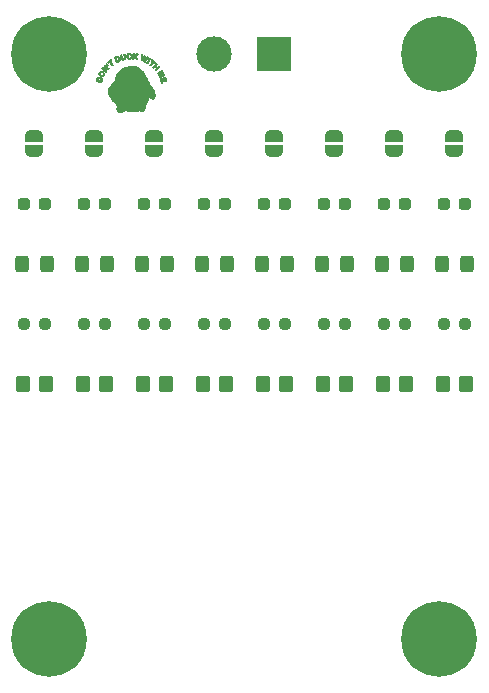
<source format=gts>
%TF.GenerationSoftware,KiCad,Pcbnew,(6.0.7)*%
%TF.CreationDate,2022-09-23T10:31:46+02:00*%
%TF.ProjectId,GL019_LED_test,474c3031-395f-44c4-9544-5f746573742e,rev?*%
%TF.SameCoordinates,PX7df6180PY2cd02b0*%
%TF.FileFunction,Soldermask,Top*%
%TF.FilePolarity,Negative*%
%FSLAX46Y46*%
G04 Gerber Fmt 4.6, Leading zero omitted, Abs format (unit mm)*
G04 Created by KiCad (PCBNEW (6.0.7)) date 2022-09-23 10:31:46*
%MOMM*%
%LPD*%
G01*
G04 APERTURE LIST*
G04 Aperture macros list*
%AMRoundRect*
0 Rectangle with rounded corners*
0 $1 Rounding radius*
0 $2 $3 $4 $5 $6 $7 $8 $9 X,Y pos of 4 corners*
0 Add a 4 corners polygon primitive as box body*
4,1,4,$2,$3,$4,$5,$6,$7,$8,$9,$2,$3,0*
0 Add four circle primitives for the rounded corners*
1,1,$1+$1,$2,$3*
1,1,$1+$1,$4,$5*
1,1,$1+$1,$6,$7*
1,1,$1+$1,$8,$9*
0 Add four rect primitives between the rounded corners*
20,1,$1+$1,$2,$3,$4,$5,0*
20,1,$1+$1,$4,$5,$6,$7,0*
20,1,$1+$1,$6,$7,$8,$9,0*
20,1,$1+$1,$8,$9,$2,$3,0*%
%AMFreePoly0*
4,1,22,0.500000,-0.750000,0.000000,-0.750000,0.000000,-0.745033,-0.079941,-0.743568,-0.215256,-0.701293,-0.333266,-0.622738,-0.424486,-0.514219,-0.481581,-0.384460,-0.499164,-0.250000,-0.500000,-0.250000,-0.500000,0.250000,-0.499164,0.250000,-0.499963,0.256109,-0.478152,0.396186,-0.417904,0.524511,-0.324060,0.630769,-0.204165,0.706417,-0.067858,0.745374,0.000000,0.744959,0.000000,0.750000,
0.500000,0.750000,0.500000,-0.750000,0.500000,-0.750000,$1*%
%AMFreePoly1*
4,1,20,0.000000,0.744959,0.073905,0.744508,0.209726,0.703889,0.328688,0.626782,0.421226,0.519385,0.479903,0.390333,0.500000,0.250000,0.500000,-0.250000,0.499851,-0.262216,0.476331,-0.402017,0.414519,-0.529596,0.319384,-0.634700,0.198574,-0.708877,0.061801,-0.746166,0.000000,-0.745033,0.000000,-0.750000,-0.500000,-0.750000,-0.500000,0.750000,0.000000,0.750000,0.000000,0.744959,
0.000000,0.744959,$1*%
G04 Aperture macros list end*
%ADD10C,0.010000*%
%ADD11RoundRect,0.237500X-0.287500X-0.237500X0.287500X-0.237500X0.287500X0.237500X-0.287500X0.237500X0*%
%ADD12C,0.800000*%
%ADD13C,6.400000*%
%ADD14RoundRect,0.237500X-0.250000X-0.237500X0.250000X-0.237500X0.250000X0.237500X-0.250000X0.237500X0*%
%ADD15FreePoly0,270.000000*%
%ADD16FreePoly1,270.000000*%
%ADD17R,3.000000X3.000000*%
%ADD18C,3.000000*%
%ADD19RoundRect,0.250000X-0.350000X-0.450000X0.350000X-0.450000X0.350000X0.450000X-0.350000X0.450000X0*%
%ADD20RoundRect,0.250000X-0.325000X-0.450000X0.325000X-0.450000X0.325000X0.450000X-0.325000X0.450000X0*%
G04 APERTURE END LIST*
%TO.C,Ref\u002A\u002A*%
G36*
X13013413Y-5573216D02*
G01*
X13041251Y-5535373D01*
X13094810Y-5478747D01*
X13197417Y-5374429D01*
X13081667Y-5437635D01*
X12998860Y-5475128D01*
X12943933Y-5481570D01*
X12915938Y-5456909D01*
X12911667Y-5428485D01*
X12928836Y-5410767D01*
X12974225Y-5378631D01*
X13038655Y-5337500D01*
X13112949Y-5292793D01*
X13187928Y-5249932D01*
X13254415Y-5214337D01*
X13303232Y-5191430D01*
X13322499Y-5185834D01*
X13338721Y-5202653D01*
X13363909Y-5244045D01*
X13368757Y-5253215D01*
X13403601Y-5320596D01*
X13285197Y-5434379D01*
X13234685Y-5485769D01*
X13204409Y-5522443D01*
X13199120Y-5538383D01*
X13203272Y-5538179D01*
X13243846Y-5528020D01*
X13308488Y-5512752D01*
X13354598Y-5502177D01*
X13421311Y-5488447D01*
X13460677Y-5487037D01*
X13486389Y-5499880D01*
X13508056Y-5523841D01*
X13536434Y-5568343D01*
X13546667Y-5600735D01*
X13528805Y-5621428D01*
X13480370Y-5655217D01*
X13409083Y-5697156D01*
X13335669Y-5735831D01*
X13243675Y-5781463D01*
X13182115Y-5809690D01*
X13143802Y-5822521D01*
X13121552Y-5821966D01*
X13108178Y-5810033D01*
X13102835Y-5800916D01*
X13086800Y-5767417D01*
X13087717Y-5744318D01*
X13111911Y-5722130D01*
X13165704Y-5691364D01*
X13181542Y-5682823D01*
X13282084Y-5628669D01*
X13197417Y-5641213D01*
X13133751Y-5651896D01*
X13083878Y-5662375D01*
X13076998Y-5664229D01*
X13038400Y-5655710D01*
X13016724Y-5628883D01*
X13013473Y-5619750D01*
X13292667Y-5619750D01*
X13303250Y-5630334D01*
X13313834Y-5619750D01*
X13303250Y-5609167D01*
X13292667Y-5619750D01*
X13013473Y-5619750D01*
X13006879Y-5601230D01*
X13013413Y-5573216D01*
G37*
D10*
X13013413Y-5573216D02*
X13041251Y-5535373D01*
X13094810Y-5478747D01*
X13197417Y-5374429D01*
X13081667Y-5437635D01*
X12998860Y-5475128D01*
X12943933Y-5481570D01*
X12915938Y-5456909D01*
X12911667Y-5428485D01*
X12928836Y-5410767D01*
X12974225Y-5378631D01*
X13038655Y-5337500D01*
X13112949Y-5292793D01*
X13187928Y-5249932D01*
X13254415Y-5214337D01*
X13303232Y-5191430D01*
X13322499Y-5185834D01*
X13338721Y-5202653D01*
X13363909Y-5244045D01*
X13368757Y-5253215D01*
X13403601Y-5320596D01*
X13285197Y-5434379D01*
X13234685Y-5485769D01*
X13204409Y-5522443D01*
X13199120Y-5538383D01*
X13203272Y-5538179D01*
X13243846Y-5528020D01*
X13308488Y-5512752D01*
X13354598Y-5502177D01*
X13421311Y-5488447D01*
X13460677Y-5487037D01*
X13486389Y-5499880D01*
X13508056Y-5523841D01*
X13536434Y-5568343D01*
X13546667Y-5600735D01*
X13528805Y-5621428D01*
X13480370Y-5655217D01*
X13409083Y-5697156D01*
X13335669Y-5735831D01*
X13243675Y-5781463D01*
X13182115Y-5809690D01*
X13143802Y-5822521D01*
X13121552Y-5821966D01*
X13108178Y-5810033D01*
X13102835Y-5800916D01*
X13086800Y-5767417D01*
X13087717Y-5744318D01*
X13111911Y-5722130D01*
X13165704Y-5691364D01*
X13181542Y-5682823D01*
X13282084Y-5628669D01*
X13197417Y-5641213D01*
X13133751Y-5651896D01*
X13083878Y-5662375D01*
X13076998Y-5664229D01*
X13038400Y-5655710D01*
X13016724Y-5628883D01*
X13013473Y-5619750D01*
X13292667Y-5619750D01*
X13303250Y-5630334D01*
X13313834Y-5619750D01*
X13303250Y-5609167D01*
X13292667Y-5619750D01*
X13013473Y-5619750D01*
X13006879Y-5601230D01*
X13013413Y-5573216D01*
G36*
X12472881Y-4295844D02*
G01*
X12518016Y-4325960D01*
X12587859Y-4378461D01*
X12601726Y-4389075D01*
X12675951Y-4447135D01*
X12720976Y-4486787D01*
X12741982Y-4514319D01*
X12744153Y-4536018D01*
X12736416Y-4552443D01*
X12713633Y-4583734D01*
X12691503Y-4588273D01*
X12655637Y-4566117D01*
X12638168Y-4552830D01*
X12586919Y-4513435D01*
X12472917Y-4659134D01*
X12420128Y-4724493D01*
X12376454Y-4774680D01*
X12348717Y-4802014D01*
X12343494Y-4804834D01*
X12318043Y-4791464D01*
X12292911Y-4769673D01*
X12277990Y-4750504D01*
X12276508Y-4728659D01*
X12291944Y-4696187D01*
X12327778Y-4645140D01*
X12373461Y-4585594D01*
X12489171Y-4436675D01*
X12434827Y-4393213D01*
X12399490Y-4360516D01*
X12394856Y-4335131D01*
X12411043Y-4308090D01*
X12426862Y-4290081D01*
X12444986Y-4284942D01*
X12472881Y-4295844D01*
G37*
X12472881Y-4295844D02*
X12518016Y-4325960D01*
X12587859Y-4378461D01*
X12601726Y-4389075D01*
X12675951Y-4447135D01*
X12720976Y-4486787D01*
X12741982Y-4514319D01*
X12744153Y-4536018D01*
X12736416Y-4552443D01*
X12713633Y-4583734D01*
X12691503Y-4588273D01*
X12655637Y-4566117D01*
X12638168Y-4552830D01*
X12586919Y-4513435D01*
X12472917Y-4659134D01*
X12420128Y-4724493D01*
X12376454Y-4774680D01*
X12348717Y-4802014D01*
X12343494Y-4804834D01*
X12318043Y-4791464D01*
X12292911Y-4769673D01*
X12277990Y-4750504D01*
X12276508Y-4728659D01*
X12291944Y-4696187D01*
X12327778Y-4645140D01*
X12373461Y-4585594D01*
X12489171Y-4436675D01*
X12434827Y-4393213D01*
X12399490Y-4360516D01*
X12394856Y-4335131D01*
X12411043Y-4308090D01*
X12426862Y-4290081D01*
X12444986Y-4284942D01*
X12472881Y-4295844D01*
G36*
X12309273Y-4186265D02*
G01*
X12337193Y-4208671D01*
X12340167Y-4217963D01*
X12330398Y-4241895D01*
X12304540Y-4291928D01*
X12267765Y-4359040D01*
X12225244Y-4434209D01*
X12182149Y-4508415D01*
X12143653Y-4572635D01*
X12114927Y-4617848D01*
X12101144Y-4635032D01*
X12101069Y-4635030D01*
X12083349Y-4623180D01*
X12050410Y-4597988D01*
X12004070Y-4561417D01*
X12116280Y-4375602D01*
X12164305Y-4296796D01*
X12204556Y-4232085D01*
X12231845Y-4189736D01*
X12240400Y-4177878D01*
X12269677Y-4173055D01*
X12309273Y-4186265D01*
G37*
X12309273Y-4186265D02*
X12337193Y-4208671D01*
X12340167Y-4217963D01*
X12330398Y-4241895D01*
X12304540Y-4291928D01*
X12267765Y-4359040D01*
X12225244Y-4434209D01*
X12182149Y-4508415D01*
X12143653Y-4572635D01*
X12114927Y-4617848D01*
X12101144Y-4635032D01*
X12101069Y-4635030D01*
X12083349Y-4623180D01*
X12050410Y-4597988D01*
X12004070Y-4561417D01*
X12116280Y-4375602D01*
X12164305Y-4296796D01*
X12204556Y-4232085D01*
X12231845Y-4189736D01*
X12240400Y-4177878D01*
X12269677Y-4173055D01*
X12309273Y-4186265D01*
G36*
X9286281Y-4103814D02*
G01*
X9307863Y-4081138D01*
X9347293Y-4061383D01*
X9381341Y-4047223D01*
X9453882Y-4021081D01*
X9519108Y-4004125D01*
X9549013Y-4000500D01*
X9620865Y-4019800D01*
X9688310Y-4070721D01*
X9742411Y-4142791D01*
X9774228Y-4225543D01*
X9779000Y-4269906D01*
X9765903Y-4338480D01*
X9723353Y-4398520D01*
X9646461Y-4455581D01*
X9586944Y-4488119D01*
X9461441Y-4551473D01*
X9376060Y-4366667D01*
X9327435Y-4260837D01*
X9296185Y-4186516D01*
X9292594Y-4173476D01*
X9429305Y-4173476D01*
X9440991Y-4210531D01*
X9470449Y-4273448D01*
X9474022Y-4280743D01*
X9507366Y-4345355D01*
X9531043Y-4378122D01*
X9552404Y-4385957D01*
X9576407Y-4377052D01*
X9617895Y-4349111D01*
X9635801Y-4330706D01*
X9651551Y-4272255D01*
X9634525Y-4206111D01*
X9600046Y-4158288D01*
X9546045Y-4116068D01*
X9498579Y-4110288D01*
X9453119Y-4133856D01*
X9433859Y-4151508D01*
X9429305Y-4173476D01*
X9292594Y-4173476D01*
X9282427Y-4136558D01*
X9286281Y-4103814D01*
G37*
X9286281Y-4103814D02*
X9307863Y-4081138D01*
X9347293Y-4061383D01*
X9381341Y-4047223D01*
X9453882Y-4021081D01*
X9519108Y-4004125D01*
X9549013Y-4000500D01*
X9620865Y-4019800D01*
X9688310Y-4070721D01*
X9742411Y-4142791D01*
X9774228Y-4225543D01*
X9779000Y-4269906D01*
X9765903Y-4338480D01*
X9723353Y-4398520D01*
X9646461Y-4455581D01*
X9586944Y-4488119D01*
X9461441Y-4551473D01*
X9376060Y-4366667D01*
X9327435Y-4260837D01*
X9296185Y-4186516D01*
X9292594Y-4173476D01*
X9429305Y-4173476D01*
X9440991Y-4210531D01*
X9470449Y-4273448D01*
X9474022Y-4280743D01*
X9507366Y-4345355D01*
X9531043Y-4378122D01*
X9552404Y-4385957D01*
X9576407Y-4377052D01*
X9617895Y-4349111D01*
X9635801Y-4330706D01*
X9651551Y-4272255D01*
X9634525Y-4206111D01*
X9600046Y-4158288D01*
X9546045Y-4116068D01*
X9498579Y-4110288D01*
X9453119Y-4133856D01*
X9433859Y-4151508D01*
X9429305Y-4173476D01*
X9292594Y-4173476D01*
X9282427Y-4136558D01*
X9286281Y-4103814D01*
G36*
X9020488Y-4291911D02*
G01*
X9035792Y-4312709D01*
X9042965Y-4345874D01*
X9018785Y-4379419D01*
X9003302Y-4392578D01*
X8949917Y-4435406D01*
X9057121Y-4572495D01*
X9106838Y-4638457D01*
X9144420Y-4692857D01*
X9163550Y-4726397D01*
X9164746Y-4730950D01*
X9149088Y-4757790D01*
X9123868Y-4778108D01*
X9096742Y-4789274D01*
X9070858Y-4780101D01*
X9036115Y-4744878D01*
X9011225Y-4714408D01*
X8960806Y-4650549D01*
X8913800Y-4590027D01*
X8896252Y-4567005D01*
X8852623Y-4509092D01*
X8799957Y-4550520D01*
X8762141Y-4577659D01*
X8738873Y-4578344D01*
X8711583Y-4552488D01*
X8709414Y-4550094D01*
X8684429Y-4517364D01*
X8680227Y-4501943D01*
X8699847Y-4486979D01*
X8744635Y-4452533D01*
X8806264Y-4405013D01*
X8831337Y-4385656D01*
X8898564Y-4335497D01*
X8954058Y-4297329D01*
X8988744Y-4277274D01*
X8994327Y-4275667D01*
X9020488Y-4291911D01*
G37*
X9020488Y-4291911D02*
X9035792Y-4312709D01*
X9042965Y-4345874D01*
X9018785Y-4379419D01*
X9003302Y-4392578D01*
X8949917Y-4435406D01*
X9057121Y-4572495D01*
X9106838Y-4638457D01*
X9144420Y-4692857D01*
X9163550Y-4726397D01*
X9164746Y-4730950D01*
X9149088Y-4757790D01*
X9123868Y-4778108D01*
X9096742Y-4789274D01*
X9070858Y-4780101D01*
X9036115Y-4744878D01*
X9011225Y-4714408D01*
X8960806Y-4650549D01*
X8913800Y-4590027D01*
X8896252Y-4567005D01*
X8852623Y-4509092D01*
X8799957Y-4550520D01*
X8762141Y-4577659D01*
X8738873Y-4578344D01*
X8711583Y-4552488D01*
X8709414Y-4550094D01*
X8684429Y-4517364D01*
X8680227Y-4501943D01*
X8699847Y-4486979D01*
X8744635Y-4452533D01*
X8806264Y-4405013D01*
X8831337Y-4385656D01*
X8898564Y-4335497D01*
X8954058Y-4297329D01*
X8988744Y-4277274D01*
X8994327Y-4275667D01*
X9020488Y-4291911D01*
G36*
X7791464Y-5893398D02*
G01*
X7821245Y-5837281D01*
X7843310Y-5807266D01*
X7910535Y-5767402D01*
X7993326Y-5756856D01*
X8080033Y-5772521D01*
X8159006Y-5811289D01*
X8218594Y-5870053D01*
X8240018Y-5913073D01*
X8245234Y-5961038D01*
X8239688Y-6027472D01*
X8226154Y-6100571D01*
X8207410Y-6168528D01*
X8186230Y-6219540D01*
X8165390Y-6241800D01*
X8162691Y-6241953D01*
X8133233Y-6234907D01*
X8073452Y-6217730D01*
X7993295Y-6193345D01*
X7937500Y-6175816D01*
X7851653Y-6148023D01*
X7782134Y-6124573D01*
X7738042Y-6108586D01*
X7727341Y-6103689D01*
X7725707Y-6077305D01*
X7738988Y-6025442D01*
X7755921Y-5978355D01*
X7870720Y-5978355D01*
X7874103Y-6004713D01*
X7900540Y-6026450D01*
X7958152Y-6049375D01*
X7979834Y-6056437D01*
X8055761Y-6080072D01*
X8099976Y-6091227D01*
X8121047Y-6090454D01*
X8127539Y-6078304D01*
X8128000Y-6065981D01*
X8135450Y-6018945D01*
X8140220Y-6004118D01*
X8136160Y-5962985D01*
X8101628Y-5923284D01*
X8047788Y-5894101D01*
X7993009Y-5884334D01*
X7923531Y-5896645D01*
X7883528Y-5936661D01*
X7870720Y-5978355D01*
X7755921Y-5978355D01*
X7762476Y-5960129D01*
X7791464Y-5893398D01*
G37*
X7791464Y-5893398D02*
X7821245Y-5837281D01*
X7843310Y-5807266D01*
X7910535Y-5767402D01*
X7993326Y-5756856D01*
X8080033Y-5772521D01*
X8159006Y-5811289D01*
X8218594Y-5870053D01*
X8240018Y-5913073D01*
X8245234Y-5961038D01*
X8239688Y-6027472D01*
X8226154Y-6100571D01*
X8207410Y-6168528D01*
X8186230Y-6219540D01*
X8165390Y-6241800D01*
X8162691Y-6241953D01*
X8133233Y-6234907D01*
X8073452Y-6217730D01*
X7993295Y-6193345D01*
X7937500Y-6175816D01*
X7851653Y-6148023D01*
X7782134Y-6124573D01*
X7738042Y-6108586D01*
X7727341Y-6103689D01*
X7725707Y-6077305D01*
X7738988Y-6025442D01*
X7755921Y-5978355D01*
X7870720Y-5978355D01*
X7874103Y-6004713D01*
X7900540Y-6026450D01*
X7958152Y-6049375D01*
X7979834Y-6056437D01*
X8055761Y-6080072D01*
X8099976Y-6091227D01*
X8121047Y-6090454D01*
X8127539Y-6078304D01*
X8128000Y-6065981D01*
X8135450Y-6018945D01*
X8140220Y-6004118D01*
X8136160Y-5962985D01*
X8101628Y-5923284D01*
X8047788Y-5894101D01*
X7993009Y-5884334D01*
X7923531Y-5896645D01*
X7883528Y-5936661D01*
X7870720Y-5978355D01*
X7755921Y-5978355D01*
X7762476Y-5960129D01*
X7791464Y-5893398D01*
G36*
X13614922Y-5809077D02*
G01*
X13637679Y-5861625D01*
X13661954Y-5930594D01*
X13683845Y-6003547D01*
X13699452Y-6068048D01*
X13704873Y-6111660D01*
X13702915Y-6121215D01*
X13675333Y-6135688D01*
X13652481Y-6138334D01*
X13622918Y-6125549D01*
X13598615Y-6082311D01*
X13584276Y-6037954D01*
X13555212Y-5963978D01*
X13521254Y-5931244D01*
X13516471Y-5929977D01*
X13491091Y-5930082D01*
X13485421Y-5951416D01*
X13493055Y-5993314D01*
X13508644Y-6073995D01*
X13509756Y-6122605D01*
X13495336Y-6147224D01*
X13471914Y-6155075D01*
X13442860Y-6151090D01*
X13421948Y-6122914D01*
X13403203Y-6065117D01*
X13383568Y-6002151D01*
X13364258Y-5974537D01*
X13338264Y-5975934D01*
X13317418Y-5987504D01*
X13302915Y-6005136D01*
X13302498Y-6038064D01*
X13316596Y-6097038D01*
X13322638Y-6117779D01*
X13340052Y-6180020D01*
X13349968Y-6222698D01*
X13350803Y-6234554D01*
X13328993Y-6243409D01*
X13299064Y-6253196D01*
X13267228Y-6256879D01*
X13247168Y-6236679D01*
X13230342Y-6187034D01*
X13209819Y-6115083D01*
X13185279Y-6032206D01*
X13177496Y-6006588D01*
X13146854Y-5906592D01*
X13359302Y-5841033D01*
X13449718Y-5814751D01*
X13526290Y-5795494D01*
X13579337Y-5785524D01*
X13597582Y-5785387D01*
X13614922Y-5809077D01*
G37*
X13614922Y-5809077D02*
X13637679Y-5861625D01*
X13661954Y-5930594D01*
X13683845Y-6003547D01*
X13699452Y-6068048D01*
X13704873Y-6111660D01*
X13702915Y-6121215D01*
X13675333Y-6135688D01*
X13652481Y-6138334D01*
X13622918Y-6125549D01*
X13598615Y-6082311D01*
X13584276Y-6037954D01*
X13555212Y-5963978D01*
X13521254Y-5931244D01*
X13516471Y-5929977D01*
X13491091Y-5930082D01*
X13485421Y-5951416D01*
X13493055Y-5993314D01*
X13508644Y-6073995D01*
X13509756Y-6122605D01*
X13495336Y-6147224D01*
X13471914Y-6155075D01*
X13442860Y-6151090D01*
X13421948Y-6122914D01*
X13403203Y-6065117D01*
X13383568Y-6002151D01*
X13364258Y-5974537D01*
X13338264Y-5975934D01*
X13317418Y-5987504D01*
X13302915Y-6005136D01*
X13302498Y-6038064D01*
X13316596Y-6097038D01*
X13322638Y-6117779D01*
X13340052Y-6180020D01*
X13349968Y-6222698D01*
X13350803Y-6234554D01*
X13328993Y-6243409D01*
X13299064Y-6253196D01*
X13267228Y-6256879D01*
X13247168Y-6236679D01*
X13230342Y-6187034D01*
X13209819Y-6115083D01*
X13185279Y-6032206D01*
X13177496Y-6006588D01*
X13146854Y-5906592D01*
X13359302Y-5841033D01*
X13449718Y-5814751D01*
X13526290Y-5795494D01*
X13579337Y-5785524D01*
X13597582Y-5785387D01*
X13614922Y-5809077D01*
G36*
X8628110Y-4605547D02*
G01*
X8686092Y-4653730D01*
X8688184Y-4655902D01*
X8725117Y-4699370D01*
X8733649Y-4728267D01*
X8721302Y-4751152D01*
X8694683Y-4776932D01*
X8669381Y-4777698D01*
X8634274Y-4750598D01*
X8605461Y-4721430D01*
X8566949Y-4669895D01*
X8557484Y-4629589D01*
X8558503Y-4626180D01*
X8585450Y-4596334D01*
X8628110Y-4605547D01*
G37*
X8628110Y-4605547D02*
X8686092Y-4653730D01*
X8688184Y-4655902D01*
X8725117Y-4699370D01*
X8733649Y-4728267D01*
X8721302Y-4751152D01*
X8694683Y-4776932D01*
X8669381Y-4777698D01*
X8634274Y-4750598D01*
X8605461Y-4721430D01*
X8566949Y-4669895D01*
X8557484Y-4629589D01*
X8558503Y-4626180D01*
X8585450Y-4596334D01*
X8628110Y-4605547D01*
G36*
X10582747Y-3753855D02*
G01*
X10654713Y-3776565D01*
X10707697Y-3815675D01*
X10731166Y-3867652D01*
X10731500Y-3875036D01*
X10715211Y-3905811D01*
X10676829Y-3916447D01*
X10632079Y-3905822D01*
X10604500Y-3884084D01*
X10558118Y-3856920D01*
X10500808Y-3856470D01*
X10460567Y-3877734D01*
X10444682Y-3913635D01*
X10435827Y-3972515D01*
X10435167Y-3993662D01*
X10440732Y-4058350D01*
X10461983Y-4098130D01*
X10486664Y-4117933D01*
X10546385Y-4136725D01*
X10600245Y-4119283D01*
X10633096Y-4075172D01*
X10659070Y-4050634D01*
X10699687Y-4042808D01*
X10736897Y-4051573D01*
X10752667Y-4075975D01*
X10732697Y-4145087D01*
X10677242Y-4201998D01*
X10635226Y-4224542D01*
X10570549Y-4247634D01*
X10520691Y-4250363D01*
X10463294Y-4232610D01*
X10441828Y-4223519D01*
X10374541Y-4174068D01*
X10330522Y-4101291D01*
X10310189Y-4015759D01*
X10313959Y-3928041D01*
X10342250Y-3848708D01*
X10395479Y-3788330D01*
X10423992Y-3771788D01*
X10502329Y-3751084D01*
X10582747Y-3753855D01*
G37*
X10582747Y-3753855D02*
X10654713Y-3776565D01*
X10707697Y-3815675D01*
X10731166Y-3867652D01*
X10731500Y-3875036D01*
X10715211Y-3905811D01*
X10676829Y-3916447D01*
X10632079Y-3905822D01*
X10604500Y-3884084D01*
X10558118Y-3856920D01*
X10500808Y-3856470D01*
X10460567Y-3877734D01*
X10444682Y-3913635D01*
X10435827Y-3972515D01*
X10435167Y-3993662D01*
X10440732Y-4058350D01*
X10461983Y-4098130D01*
X10486664Y-4117933D01*
X10546385Y-4136725D01*
X10600245Y-4119283D01*
X10633096Y-4075172D01*
X10659070Y-4050634D01*
X10699687Y-4042808D01*
X10736897Y-4051573D01*
X10752667Y-4075975D01*
X10732697Y-4145087D01*
X10677242Y-4201998D01*
X10635226Y-4224542D01*
X10570549Y-4247634D01*
X10520691Y-4250363D01*
X10463294Y-4232610D01*
X10441828Y-4223519D01*
X10374541Y-4174068D01*
X10330522Y-4101291D01*
X10310189Y-4015759D01*
X10313959Y-3928041D01*
X10342250Y-3848708D01*
X10395479Y-3788330D01*
X10423992Y-3771788D01*
X10502329Y-3751084D01*
X10582747Y-3753855D01*
G36*
X11638749Y-3875908D02*
G01*
X11668487Y-3891368D01*
X11680480Y-3915961D01*
X11678650Y-3962877D01*
X11674272Y-3995405D01*
X11662938Y-4068060D01*
X11651635Y-4131571D01*
X11648126Y-4148667D01*
X11650586Y-4164432D01*
X11672999Y-4143132D01*
X11715188Y-4084940D01*
X11718437Y-4080142D01*
X11772643Y-4007223D01*
X11816101Y-3968911D01*
X11855474Y-3961228D01*
X11891872Y-3976540D01*
X11906226Y-3994791D01*
X11909348Y-4030673D01*
X11901498Y-4094031D01*
X11895834Y-4126581D01*
X11884469Y-4195970D01*
X11878493Y-4246454D01*
X11878962Y-4266018D01*
X11892963Y-4253443D01*
X11922645Y-4213615D01*
X11959667Y-4158096D01*
X12006127Y-4089817D01*
X12040635Y-4054312D01*
X12071241Y-4047047D01*
X12105998Y-4063487D01*
X12115598Y-4070271D01*
X12129720Y-4084558D01*
X12131679Y-4103709D01*
X12118229Y-4134101D01*
X12086127Y-4182115D01*
X12032127Y-4254129D01*
X12002559Y-4292521D01*
X11943177Y-4368767D01*
X11894009Y-4430782D01*
X11860306Y-4472022D01*
X11847374Y-4485992D01*
X11826676Y-4478069D01*
X11795125Y-4465507D01*
X11767157Y-4452843D01*
X11752825Y-4436351D01*
X11750518Y-4405685D01*
X11758624Y-4350501D01*
X11768769Y-4296297D01*
X11779231Y-4232658D01*
X11783481Y-4188465D01*
X11782075Y-4176186D01*
X11767533Y-4188112D01*
X11737754Y-4227138D01*
X11705683Y-4274862D01*
X11653536Y-4344462D01*
X11607762Y-4376734D01*
X11562411Y-4374853D01*
X11539887Y-4363287D01*
X11528144Y-4348031D01*
X11522854Y-4316451D01*
X11523959Y-4261309D01*
X11531400Y-4175367D01*
X11537889Y-4114902D01*
X11549380Y-4020246D01*
X11560702Y-3941750D01*
X11570412Y-3888616D01*
X11576168Y-3870420D01*
X11603097Y-3866747D01*
X11638749Y-3875908D01*
G37*
X11638749Y-3875908D02*
X11668487Y-3891368D01*
X11680480Y-3915961D01*
X11678650Y-3962877D01*
X11674272Y-3995405D01*
X11662938Y-4068060D01*
X11651635Y-4131571D01*
X11648126Y-4148667D01*
X11650586Y-4164432D01*
X11672999Y-4143132D01*
X11715188Y-4084940D01*
X11718437Y-4080142D01*
X11772643Y-4007223D01*
X11816101Y-3968911D01*
X11855474Y-3961228D01*
X11891872Y-3976540D01*
X11906226Y-3994791D01*
X11909348Y-4030673D01*
X11901498Y-4094031D01*
X11895834Y-4126581D01*
X11884469Y-4195970D01*
X11878493Y-4246454D01*
X11878962Y-4266018D01*
X11892963Y-4253443D01*
X11922645Y-4213615D01*
X11959667Y-4158096D01*
X12006127Y-4089817D01*
X12040635Y-4054312D01*
X12071241Y-4047047D01*
X12105998Y-4063487D01*
X12115598Y-4070271D01*
X12129720Y-4084558D01*
X12131679Y-4103709D01*
X12118229Y-4134101D01*
X12086127Y-4182115D01*
X12032127Y-4254129D01*
X12002559Y-4292521D01*
X11943177Y-4368767D01*
X11894009Y-4430782D01*
X11860306Y-4472022D01*
X11847374Y-4485992D01*
X11826676Y-4478069D01*
X11795125Y-4465507D01*
X11767157Y-4452843D01*
X11752825Y-4436351D01*
X11750518Y-4405685D01*
X11758624Y-4350501D01*
X11768769Y-4296297D01*
X11779231Y-4232658D01*
X11783481Y-4188465D01*
X11782075Y-4176186D01*
X11767533Y-4188112D01*
X11737754Y-4227138D01*
X11705683Y-4274862D01*
X11653536Y-4344462D01*
X11607762Y-4376734D01*
X11562411Y-4374853D01*
X11539887Y-4363287D01*
X11528144Y-4348031D01*
X11522854Y-4316451D01*
X11523959Y-4261309D01*
X11531400Y-4175367D01*
X11537889Y-4114902D01*
X11549380Y-4020246D01*
X11560702Y-3941750D01*
X11570412Y-3888616D01*
X11576168Y-3870420D01*
X11603097Y-3866747D01*
X11638749Y-3875908D01*
G36*
X10967800Y-3749081D02*
G01*
X10983748Y-3764817D01*
X10982977Y-3805700D01*
X10979718Y-3831167D01*
X10974078Y-3883972D01*
X10973721Y-3913546D01*
X10974928Y-3915834D01*
X10993424Y-3903471D01*
X11033748Y-3871770D01*
X11066135Y-3845118D01*
X11125293Y-3801403D01*
X11172838Y-3783543D01*
X11220669Y-3784661D01*
X11290562Y-3794919D01*
X11189065Y-3882971D01*
X11087567Y-3971023D01*
X11163533Y-4109228D01*
X11200242Y-4177781D01*
X11227205Y-4231505D01*
X11239288Y-4260108D01*
X11239500Y-4261550D01*
X11221426Y-4271974D01*
X11176277Y-4270688D01*
X11131553Y-4261688D01*
X11104196Y-4238569D01*
X11070173Y-4188880D01*
X11048334Y-4147244D01*
X11017500Y-4090620D01*
X10989936Y-4055507D01*
X10976364Y-4049288D01*
X10960916Y-4073080D01*
X10949449Y-4123733D01*
X10947241Y-4145020D01*
X10940519Y-4200924D01*
X10925267Y-4226351D01*
X10892253Y-4233153D01*
X10878450Y-4233334D01*
X10850229Y-4233041D01*
X10831526Y-4227684D01*
X10821407Y-4210545D01*
X10818938Y-4174906D01*
X10823186Y-4114050D01*
X10833217Y-4021258D01*
X10840322Y-3958925D01*
X10864477Y-3746500D01*
X10927776Y-3746500D01*
X10967800Y-3749081D01*
G37*
X10967800Y-3749081D02*
X10983748Y-3764817D01*
X10982977Y-3805700D01*
X10979718Y-3831167D01*
X10974078Y-3883972D01*
X10973721Y-3913546D01*
X10974928Y-3915834D01*
X10993424Y-3903471D01*
X11033748Y-3871770D01*
X11066135Y-3845118D01*
X11125293Y-3801403D01*
X11172838Y-3783543D01*
X11220669Y-3784661D01*
X11290562Y-3794919D01*
X11189065Y-3882971D01*
X11087567Y-3971023D01*
X11163533Y-4109228D01*
X11200242Y-4177781D01*
X11227205Y-4231505D01*
X11239288Y-4260108D01*
X11239500Y-4261550D01*
X11221426Y-4271974D01*
X11176277Y-4270688D01*
X11131553Y-4261688D01*
X11104196Y-4238569D01*
X11070173Y-4188880D01*
X11048334Y-4147244D01*
X11017500Y-4090620D01*
X10989936Y-4055507D01*
X10976364Y-4049288D01*
X10960916Y-4073080D01*
X10949449Y-4123733D01*
X10947241Y-4145020D01*
X10940519Y-4200924D01*
X10925267Y-4226351D01*
X10892253Y-4233153D01*
X10878450Y-4233334D01*
X10850229Y-4233041D01*
X10831526Y-4227684D01*
X10821407Y-4210545D01*
X10818938Y-4174906D01*
X10823186Y-4114050D01*
X10833217Y-4021258D01*
X10840322Y-3958925D01*
X10864477Y-3746500D01*
X10927776Y-3746500D01*
X10967800Y-3749081D01*
G36*
X8473445Y-4754034D02*
G01*
X8522853Y-4788346D01*
X8588911Y-4838588D01*
X8643588Y-4882431D01*
X8715404Y-4941216D01*
X8774310Y-4989404D01*
X8813086Y-5021090D01*
X8824607Y-5030468D01*
X8818565Y-5049020D01*
X8793123Y-5081798D01*
X8766516Y-5105700D01*
X8734250Y-5116938D01*
X8683636Y-5117658D01*
X8616703Y-5111598D01*
X8540457Y-5102442D01*
X8478222Y-5093198D01*
X8447103Y-5086776D01*
X8440084Y-5091087D01*
X8462476Y-5114161D01*
X8476871Y-5125897D01*
X8536247Y-5173668D01*
X8592082Y-5220574D01*
X8593288Y-5221622D01*
X8628182Y-5254469D01*
X8633193Y-5276149D01*
X8610397Y-5303260D01*
X8604250Y-5309267D01*
X8584838Y-5326332D01*
X8565819Y-5332527D01*
X8540196Y-5324531D01*
X8500972Y-5299019D01*
X8441153Y-5252668D01*
X8378084Y-5201844D01*
X8298516Y-5136999D01*
X8247289Y-5092503D01*
X8219746Y-5062178D01*
X8211234Y-5039850D01*
X8217097Y-5019344D01*
X8227616Y-5002225D01*
X8245501Y-4979004D01*
X8267774Y-4965041D01*
X8302369Y-4959925D01*
X8357222Y-4963246D01*
X8440270Y-4974592D01*
X8519584Y-4987115D01*
X8552447Y-4991294D01*
X8561944Y-4986048D01*
X8545424Y-4965793D01*
X8500235Y-4924946D01*
X8482841Y-4909720D01*
X8427909Y-4858820D01*
X8401455Y-4824288D01*
X8398000Y-4797210D01*
X8404211Y-4781717D01*
X8430931Y-4749176D01*
X8448541Y-4741334D01*
X8473445Y-4754034D01*
G37*
X8473445Y-4754034D02*
X8522853Y-4788346D01*
X8588911Y-4838588D01*
X8643588Y-4882431D01*
X8715404Y-4941216D01*
X8774310Y-4989404D01*
X8813086Y-5021090D01*
X8824607Y-5030468D01*
X8818565Y-5049020D01*
X8793123Y-5081798D01*
X8766516Y-5105700D01*
X8734250Y-5116938D01*
X8683636Y-5117658D01*
X8616703Y-5111598D01*
X8540457Y-5102442D01*
X8478222Y-5093198D01*
X8447103Y-5086776D01*
X8440084Y-5091087D01*
X8462476Y-5114161D01*
X8476871Y-5125897D01*
X8536247Y-5173668D01*
X8592082Y-5220574D01*
X8593288Y-5221622D01*
X8628182Y-5254469D01*
X8633193Y-5276149D01*
X8610397Y-5303260D01*
X8604250Y-5309267D01*
X8584838Y-5326332D01*
X8565819Y-5332527D01*
X8540196Y-5324531D01*
X8500972Y-5299019D01*
X8441153Y-5252668D01*
X8378084Y-5201844D01*
X8298516Y-5136999D01*
X8247289Y-5092503D01*
X8219746Y-5062178D01*
X8211234Y-5039850D01*
X8217097Y-5019344D01*
X8227616Y-5002225D01*
X8245501Y-4979004D01*
X8267774Y-4965041D01*
X8302369Y-4959925D01*
X8357222Y-4963246D01*
X8440270Y-4974592D01*
X8519584Y-4987115D01*
X8552447Y-4991294D01*
X8561944Y-4986048D01*
X8545424Y-4965793D01*
X8500235Y-4924946D01*
X8482841Y-4909720D01*
X8427909Y-4858820D01*
X8401455Y-4824288D01*
X8398000Y-4797210D01*
X8404211Y-4781717D01*
X8430931Y-4749176D01*
X8448541Y-4741334D01*
X8473445Y-4754034D01*
G36*
X12867902Y-4629110D02*
G01*
X12888612Y-4644390D01*
X12891633Y-4647108D01*
X12916619Y-4672554D01*
X12918951Y-4693800D01*
X12895961Y-4724383D01*
X12871279Y-4750375D01*
X12808689Y-4815417D01*
X12861489Y-4876329D01*
X12914288Y-4937242D01*
X12972344Y-4881621D01*
X13022923Y-4839185D01*
X13057494Y-4829335D01*
X13085502Y-4850829D01*
X13095448Y-4865440D01*
X13103596Y-4882239D01*
X13103270Y-4900160D01*
X13090597Y-4923789D01*
X13061705Y-4957714D01*
X13012722Y-5006520D01*
X12939774Y-5074794D01*
X12846625Y-5160153D01*
X12770999Y-5229203D01*
X12731798Y-5185887D01*
X12709931Y-5158367D01*
X12708254Y-5135453D01*
X12730262Y-5104524D01*
X12764275Y-5068617D01*
X12835953Y-4994665D01*
X12721836Y-4880548D01*
X12651167Y-4949042D01*
X12607465Y-4989780D01*
X12581507Y-5003960D01*
X12560733Y-4994580D01*
X12542078Y-4975082D01*
X12524083Y-4953030D01*
X12517635Y-4932713D01*
X12526635Y-4908409D01*
X12554983Y-4874395D01*
X12606580Y-4824949D01*
X12685327Y-4754349D01*
X12703577Y-4738163D01*
X12772430Y-4677844D01*
X12817586Y-4642073D01*
X12846818Y-4627083D01*
X12867902Y-4629110D01*
G37*
X12867902Y-4629110D02*
X12888612Y-4644390D01*
X12891633Y-4647108D01*
X12916619Y-4672554D01*
X12918951Y-4693800D01*
X12895961Y-4724383D01*
X12871279Y-4750375D01*
X12808689Y-4815417D01*
X12861489Y-4876329D01*
X12914288Y-4937242D01*
X12972344Y-4881621D01*
X13022923Y-4839185D01*
X13057494Y-4829335D01*
X13085502Y-4850829D01*
X13095448Y-4865440D01*
X13103596Y-4882239D01*
X13103270Y-4900160D01*
X13090597Y-4923789D01*
X13061705Y-4957714D01*
X13012722Y-5006520D01*
X12939774Y-5074794D01*
X12846625Y-5160153D01*
X12770999Y-5229203D01*
X12731798Y-5185887D01*
X12709931Y-5158367D01*
X12708254Y-5135453D01*
X12730262Y-5104524D01*
X12764275Y-5068617D01*
X12835953Y-4994665D01*
X12721836Y-4880548D01*
X12651167Y-4949042D01*
X12607465Y-4989780D01*
X12581507Y-5003960D01*
X12560733Y-4994580D01*
X12542078Y-4975082D01*
X12524083Y-4953030D01*
X12517635Y-4932713D01*
X12526635Y-4908409D01*
X12554983Y-4874395D01*
X12606580Y-4824949D01*
X12685327Y-4754349D01*
X12703577Y-4738163D01*
X12772430Y-4677844D01*
X12817586Y-4642073D01*
X12846818Y-4627083D01*
X12867902Y-4629110D01*
G36*
X10933087Y-4851540D02*
G01*
X11009581Y-4860786D01*
X11071230Y-4875533D01*
X11241567Y-4944863D01*
X11415838Y-5053139D01*
X11589983Y-5197737D01*
X11632517Y-5238750D01*
X11705847Y-5313532D01*
X11762152Y-5377926D01*
X11809076Y-5443043D01*
X11854264Y-5519996D01*
X11905363Y-5619898D01*
X11931050Y-5672667D01*
X11987603Y-5792200D01*
X12046189Y-5920096D01*
X12099758Y-6040744D01*
X12140039Y-6135541D01*
X12231357Y-6322230D01*
X12354282Y-6516575D01*
X12376931Y-6548291D01*
X12484767Y-6703859D01*
X12566379Y-6839132D01*
X12626217Y-6962991D01*
X12668731Y-7084317D01*
X12691198Y-7175500D01*
X12711748Y-7326391D01*
X12704537Y-7448282D01*
X12669865Y-7540059D01*
X12608029Y-7600611D01*
X12572572Y-7616978D01*
X12490711Y-7628188D01*
X12406984Y-7603332D01*
X12317388Y-7540706D01*
X12258382Y-7483485D01*
X12149667Y-7368534D01*
X12149667Y-7468653D01*
X12132009Y-7628637D01*
X12080982Y-7802215D01*
X11999500Y-7981181D01*
X11920485Y-8113511D01*
X11889263Y-8168760D01*
X11872286Y-8225633D01*
X11865541Y-8300724D01*
X11864781Y-8343721D01*
X11863125Y-8422376D01*
X11855778Y-8472944D01*
X11837454Y-8509671D01*
X11802867Y-8546802D01*
X11782380Y-8565797D01*
X11738599Y-8604343D01*
X11703439Y-8625733D01*
X11662879Y-8633687D01*
X11602898Y-8631923D01*
X11549546Y-8627559D01*
X11469951Y-8620806D01*
X11404603Y-8615392D01*
X11367200Y-8612453D01*
X11366500Y-8612404D01*
X11331812Y-8615635D01*
X11268053Y-8626155D01*
X11187436Y-8641891D01*
X11165417Y-8646539D01*
X11025768Y-8668703D01*
X10867878Y-8681124D01*
X10705631Y-8683697D01*
X10552911Y-8676318D01*
X10423600Y-8658883D01*
X10394154Y-8652352D01*
X10257892Y-8618666D01*
X10042224Y-8690833D01*
X9901012Y-8733519D01*
X9789882Y-8755904D01*
X9702102Y-8758589D01*
X9630940Y-8742174D01*
X9604641Y-8729866D01*
X9552445Y-8687518D01*
X9514683Y-8636515D01*
X9492859Y-8564547D01*
X9483926Y-8468139D01*
X9488273Y-8363298D01*
X9505674Y-8268240D01*
X9517191Y-8217052D01*
X9512486Y-8180844D01*
X9486236Y-8142748D01*
X9455579Y-8109490D01*
X9403786Y-8050592D01*
X9342645Y-7974891D01*
X9294439Y-7911042D01*
X9243301Y-7847637D01*
X9198150Y-7804380D01*
X9168459Y-7789334D01*
X9129845Y-7774745D01*
X9083638Y-7738864D01*
X9076028Y-7731125D01*
X9039785Y-7682111D01*
X8992481Y-7603388D01*
X8938887Y-7504507D01*
X8883775Y-7395022D01*
X8831917Y-7284484D01*
X8788083Y-7182445D01*
X8757045Y-7098458D01*
X8752341Y-7083121D01*
X8733272Y-7010041D01*
X8728124Y-6958027D01*
X8736596Y-6908271D01*
X8748914Y-6869254D01*
X8809516Y-6730862D01*
X8899039Y-6580070D01*
X9010675Y-6427184D01*
X9134239Y-6286017D01*
X9203684Y-6211307D01*
X9262101Y-6144009D01*
X9303045Y-6091842D01*
X9319766Y-6063767D01*
X9331945Y-6021346D01*
X9350824Y-5954440D01*
X9367466Y-5894917D01*
X9447772Y-5677547D01*
X9564035Y-5476515D01*
X9718906Y-5287421D01*
X9756612Y-5248787D01*
X9899414Y-5118971D01*
X10040246Y-5019454D01*
X10187941Y-4946576D01*
X10351335Y-4896677D01*
X10539262Y-4866094D01*
X10711396Y-4853161D01*
X10837506Y-4849235D01*
X10933087Y-4851540D01*
G37*
X10933087Y-4851540D02*
X11009581Y-4860786D01*
X11071230Y-4875533D01*
X11241567Y-4944863D01*
X11415838Y-5053139D01*
X11589983Y-5197737D01*
X11632517Y-5238750D01*
X11705847Y-5313532D01*
X11762152Y-5377926D01*
X11809076Y-5443043D01*
X11854264Y-5519996D01*
X11905363Y-5619898D01*
X11931050Y-5672667D01*
X11987603Y-5792200D01*
X12046189Y-5920096D01*
X12099758Y-6040744D01*
X12140039Y-6135541D01*
X12231357Y-6322230D01*
X12354282Y-6516575D01*
X12376931Y-6548291D01*
X12484767Y-6703859D01*
X12566379Y-6839132D01*
X12626217Y-6962991D01*
X12668731Y-7084317D01*
X12691198Y-7175500D01*
X12711748Y-7326391D01*
X12704537Y-7448282D01*
X12669865Y-7540059D01*
X12608029Y-7600611D01*
X12572572Y-7616978D01*
X12490711Y-7628188D01*
X12406984Y-7603332D01*
X12317388Y-7540706D01*
X12258382Y-7483485D01*
X12149667Y-7368534D01*
X12149667Y-7468653D01*
X12132009Y-7628637D01*
X12080982Y-7802215D01*
X11999500Y-7981181D01*
X11920485Y-8113511D01*
X11889263Y-8168760D01*
X11872286Y-8225633D01*
X11865541Y-8300724D01*
X11864781Y-8343721D01*
X11863125Y-8422376D01*
X11855778Y-8472944D01*
X11837454Y-8509671D01*
X11802867Y-8546802D01*
X11782380Y-8565797D01*
X11738599Y-8604343D01*
X11703439Y-8625733D01*
X11662879Y-8633687D01*
X11602898Y-8631923D01*
X11549546Y-8627559D01*
X11469951Y-8620806D01*
X11404603Y-8615392D01*
X11367200Y-8612453D01*
X11366500Y-8612404D01*
X11331812Y-8615635D01*
X11268053Y-8626155D01*
X11187436Y-8641891D01*
X11165417Y-8646539D01*
X11025768Y-8668703D01*
X10867878Y-8681124D01*
X10705631Y-8683697D01*
X10552911Y-8676318D01*
X10423600Y-8658883D01*
X10394154Y-8652352D01*
X10257892Y-8618666D01*
X10042224Y-8690833D01*
X9901012Y-8733519D01*
X9789882Y-8755904D01*
X9702102Y-8758589D01*
X9630940Y-8742174D01*
X9604641Y-8729866D01*
X9552445Y-8687518D01*
X9514683Y-8636515D01*
X9492859Y-8564547D01*
X9483926Y-8468139D01*
X9488273Y-8363298D01*
X9505674Y-8268240D01*
X9517191Y-8217052D01*
X9512486Y-8180844D01*
X9486236Y-8142748D01*
X9455579Y-8109490D01*
X9403786Y-8050592D01*
X9342645Y-7974891D01*
X9294439Y-7911042D01*
X9243301Y-7847637D01*
X9198150Y-7804380D01*
X9168459Y-7789334D01*
X9129845Y-7774745D01*
X9083638Y-7738864D01*
X9076028Y-7731125D01*
X9039785Y-7682111D01*
X8992481Y-7603388D01*
X8938887Y-7504507D01*
X8883775Y-7395022D01*
X8831917Y-7284484D01*
X8788083Y-7182445D01*
X8757045Y-7098458D01*
X8752341Y-7083121D01*
X8733272Y-7010041D01*
X8728124Y-6958027D01*
X8736596Y-6908271D01*
X8748914Y-6869254D01*
X8809516Y-6730862D01*
X8899039Y-6580070D01*
X9010675Y-6427184D01*
X9134239Y-6286017D01*
X9203684Y-6211307D01*
X9262101Y-6144009D01*
X9303045Y-6091842D01*
X9319766Y-6063767D01*
X9331945Y-6021346D01*
X9350824Y-5954440D01*
X9367466Y-5894917D01*
X9447772Y-5677547D01*
X9564035Y-5476515D01*
X9718906Y-5287421D01*
X9756612Y-5248787D01*
X9899414Y-5118971D01*
X10040246Y-5019454D01*
X10187941Y-4946576D01*
X10351335Y-4896677D01*
X10539262Y-4866094D01*
X10711396Y-4853161D01*
X10837506Y-4849235D01*
X10933087Y-4851540D01*
G36*
X8016101Y-5336862D02*
G01*
X8069089Y-5282368D01*
X8119983Y-5261486D01*
X8188818Y-5250063D01*
X8209283Y-5249334D01*
X8270293Y-5254017D01*
X8317657Y-5273572D01*
X8368974Y-5316252D01*
X8384490Y-5331510D01*
X8446235Y-5411568D01*
X8467448Y-5491440D01*
X8449354Y-5577923D01*
X8434559Y-5609860D01*
X8375203Y-5683094D01*
X8294055Y-5723531D01*
X8198579Y-5728970D01*
X8112542Y-5704785D01*
X8048502Y-5659809D01*
X7994874Y-5592531D01*
X7962995Y-5519049D01*
X7958746Y-5486407D01*
X7967194Y-5447605D01*
X8071408Y-5447605D01*
X8072611Y-5496328D01*
X8112926Y-5550014D01*
X8121616Y-5558288D01*
X8186313Y-5598404D01*
X8253188Y-5608500D01*
X8310858Y-5589501D01*
X8347942Y-5542331D01*
X8348848Y-5539839D01*
X8358094Y-5493504D01*
X8341602Y-5456127D01*
X8317483Y-5430012D01*
X8245403Y-5377501D01*
X8177209Y-5363021D01*
X8117779Y-5387376D01*
X8108668Y-5395666D01*
X8071408Y-5447605D01*
X7967194Y-5447605D01*
X7974893Y-5412246D01*
X8016101Y-5336862D01*
G37*
X8016101Y-5336862D02*
X8069089Y-5282368D01*
X8119983Y-5261486D01*
X8188818Y-5250063D01*
X8209283Y-5249334D01*
X8270293Y-5254017D01*
X8317657Y-5273572D01*
X8368974Y-5316252D01*
X8384490Y-5331510D01*
X8446235Y-5411568D01*
X8467448Y-5491440D01*
X8449354Y-5577923D01*
X8434559Y-5609860D01*
X8375203Y-5683094D01*
X8294055Y-5723531D01*
X8198579Y-5728970D01*
X8112542Y-5704785D01*
X8048502Y-5659809D01*
X7994874Y-5592531D01*
X7962995Y-5519049D01*
X7958746Y-5486407D01*
X7967194Y-5447605D01*
X8071408Y-5447605D01*
X8072611Y-5496328D01*
X8112926Y-5550014D01*
X8121616Y-5558288D01*
X8186313Y-5598404D01*
X8253188Y-5608500D01*
X8310858Y-5589501D01*
X8347942Y-5542331D01*
X8348848Y-5539839D01*
X8358094Y-5493504D01*
X8341602Y-5456127D01*
X8317483Y-5430012D01*
X8245403Y-5377501D01*
X8177209Y-5363021D01*
X8117779Y-5387376D01*
X8108668Y-5395666D01*
X8071408Y-5447605D01*
X7967194Y-5447605D01*
X7974893Y-5412246D01*
X8016101Y-5336862D01*
G36*
X10160771Y-3811247D02*
G01*
X10177559Y-3853605D01*
X10196097Y-3922990D01*
X10213798Y-4005929D01*
X10228076Y-4088951D01*
X10236345Y-4158584D01*
X10236019Y-4201357D01*
X10235819Y-4202204D01*
X10202983Y-4254264D01*
X10142241Y-4292650D01*
X10066612Y-4314521D01*
X9989116Y-4317035D01*
X9922771Y-4297352D01*
X9896049Y-4276365D01*
X9872721Y-4236211D01*
X9845091Y-4168491D01*
X9817627Y-4087056D01*
X9794795Y-4005755D01*
X9781062Y-3938437D01*
X9779000Y-3913467D01*
X9797775Y-3882305D01*
X9831893Y-3868324D01*
X9866625Y-3866713D01*
X9887535Y-3885634D01*
X9904286Y-3934989D01*
X9906935Y-3945232D01*
X9935000Y-4052247D01*
X9957093Y-4124893D01*
X9976663Y-4170073D01*
X9997161Y-4194687D01*
X10022036Y-4205640D01*
X10038412Y-4208293D01*
X10083189Y-4205536D01*
X10106948Y-4181007D01*
X10110998Y-4129543D01*
X10096651Y-4045982D01*
X10088368Y-4011539D01*
X10070737Y-3936997D01*
X10058389Y-3876469D01*
X10054167Y-3845160D01*
X10071325Y-3818042D01*
X10109089Y-3801143D01*
X10146892Y-3801005D01*
X10160771Y-3811247D01*
G37*
X10160771Y-3811247D02*
X10177559Y-3853605D01*
X10196097Y-3922990D01*
X10213798Y-4005929D01*
X10228076Y-4088951D01*
X10236345Y-4158584D01*
X10236019Y-4201357D01*
X10235819Y-4202204D01*
X10202983Y-4254264D01*
X10142241Y-4292650D01*
X10066612Y-4314521D01*
X9989116Y-4317035D01*
X9922771Y-4297352D01*
X9896049Y-4276365D01*
X9872721Y-4236211D01*
X9845091Y-4168491D01*
X9817627Y-4087056D01*
X9794795Y-4005755D01*
X9781062Y-3938437D01*
X9779000Y-3913467D01*
X9797775Y-3882305D01*
X9831893Y-3868324D01*
X9866625Y-3866713D01*
X9887535Y-3885634D01*
X9904286Y-3934989D01*
X9906935Y-3945232D01*
X9935000Y-4052247D01*
X9957093Y-4124893D01*
X9976663Y-4170073D01*
X9997161Y-4194687D01*
X10022036Y-4205640D01*
X10038412Y-4208293D01*
X10083189Y-4205536D01*
X10106948Y-4181007D01*
X10110998Y-4129543D01*
X10096651Y-4045982D01*
X10088368Y-4011539D01*
X10070737Y-3936997D01*
X10058389Y-3876469D01*
X10054167Y-3845160D01*
X10071325Y-3818042D01*
X10109089Y-3801143D01*
X10146892Y-3801005D01*
X10160771Y-3811247D01*
%TD*%
D11*
%TO.C,D2*%
X37225000Y-16510000D03*
X38975000Y-16510000D03*
%TD*%
D12*
%TO.C,H1*%
X2112944Y-5507056D03*
X5507056Y-5507056D03*
X5507056Y-2112944D03*
X1410000Y-3810000D03*
X3810000Y-6210000D03*
X2112944Y-2112944D03*
D13*
X3810000Y-3810000D03*
D12*
X6210000Y-3810000D03*
X3810000Y-1410000D03*
%TD*%
D14*
%TO.C,R14*%
X21947500Y-26670000D03*
X23772500Y-26670000D03*
%TD*%
D15*
%TO.C,JP14*%
X7620000Y-10780000D03*
D16*
X7620000Y-12080000D03*
%TD*%
D17*
%TO.C,J1*%
X22860000Y-3810000D03*
D18*
X17780000Y-3810000D03*
%TD*%
D19*
%TO.C,R28*%
X6620000Y-31750000D03*
X8620000Y-31750000D03*
%TD*%
%TO.C,R12*%
X26940000Y-31750000D03*
X28940000Y-31750000D03*
%TD*%
D11*
%TO.C,D30*%
X1665000Y-16510000D03*
X3415000Y-16510000D03*
%TD*%
%TO.C,D6*%
X32145000Y-16510000D03*
X33895000Y-16510000D03*
%TD*%
D19*
%TO.C,R16*%
X21860000Y-31750000D03*
X23860000Y-31750000D03*
%TD*%
D20*
%TO.C,D28*%
X6595000Y-21590000D03*
X8645000Y-21590000D03*
%TD*%
D15*
%TO.C,JP8*%
X22860000Y-10780000D03*
D16*
X22860000Y-12080000D03*
%TD*%
D15*
%TO.C,JP2*%
X38100000Y-10780000D03*
D16*
X38100000Y-12080000D03*
%TD*%
D20*
%TO.C,D20*%
X16755000Y-21590000D03*
X18805000Y-21590000D03*
%TD*%
D14*
%TO.C,R22*%
X11787500Y-26670000D03*
X13612500Y-26670000D03*
%TD*%
D11*
%TO.C,D10*%
X27065000Y-16510000D03*
X28815000Y-16510000D03*
%TD*%
D20*
%TO.C,D16*%
X21835000Y-21590000D03*
X23885000Y-21590000D03*
%TD*%
D19*
%TO.C,R4*%
X37100000Y-31750000D03*
X39100000Y-31750000D03*
%TD*%
D11*
%TO.C,D22*%
X11825000Y-16510000D03*
X13575000Y-16510000D03*
%TD*%
D14*
%TO.C,R6*%
X32107500Y-26670000D03*
X33932500Y-26670000D03*
%TD*%
D11*
%TO.C,D26*%
X6745000Y-16510000D03*
X8495000Y-16510000D03*
%TD*%
%TO.C,D14*%
X21985000Y-16510000D03*
X23735000Y-16510000D03*
%TD*%
D15*
%TO.C,JP6*%
X27940000Y-10780000D03*
D16*
X27940000Y-12080000D03*
%TD*%
D15*
%TO.C,JP4*%
X33020000Y-10780000D03*
D16*
X33020000Y-12080000D03*
%TD*%
D11*
%TO.C,D18*%
X16905000Y-16510000D03*
X18655000Y-16510000D03*
%TD*%
D19*
%TO.C,R32*%
X1540000Y-31750000D03*
X3540000Y-31750000D03*
%TD*%
D15*
%TO.C,JP16*%
X2540000Y-10780000D03*
D16*
X2540000Y-12080000D03*
%TD*%
D20*
%TO.C,D24*%
X11675000Y-21590000D03*
X13725000Y-21590000D03*
%TD*%
D19*
%TO.C,R24*%
X11700000Y-31750000D03*
X13700000Y-31750000D03*
%TD*%
D14*
%TO.C,R30*%
X1627500Y-26670000D03*
X3452500Y-26670000D03*
%TD*%
%TO.C,R26*%
X6707500Y-26670000D03*
X8532500Y-26670000D03*
%TD*%
D15*
%TO.C,JP12*%
X12700000Y-10780000D03*
D16*
X12700000Y-12080000D03*
%TD*%
D14*
%TO.C,R18*%
X16867500Y-26670000D03*
X18692500Y-26670000D03*
%TD*%
D12*
%TO.C,H4*%
X3810000Y-50940000D03*
X2112944Y-55037056D03*
D13*
X3810000Y-53340000D03*
D12*
X3810000Y-55740000D03*
X2112944Y-51642944D03*
X1410000Y-53340000D03*
X6210000Y-53340000D03*
X5507056Y-55037056D03*
X5507056Y-51642944D03*
%TD*%
D15*
%TO.C,JP10*%
X17780000Y-10780000D03*
D16*
X17780000Y-12080000D03*
%TD*%
D14*
%TO.C,R2*%
X37187500Y-26670000D03*
X39012500Y-26670000D03*
%TD*%
D19*
%TO.C,R8*%
X32020000Y-31750000D03*
X34020000Y-31750000D03*
%TD*%
D12*
%TO.C,H3*%
X34430000Y-53340000D03*
X36830000Y-55740000D03*
X39230000Y-53340000D03*
X36830000Y-50940000D03*
X38527056Y-55037056D03*
D13*
X36830000Y-53340000D03*
D12*
X38527056Y-51642944D03*
X35132944Y-55037056D03*
X35132944Y-51642944D03*
%TD*%
D20*
%TO.C,D4*%
X37075000Y-21590000D03*
X39125000Y-21590000D03*
%TD*%
D19*
%TO.C,R20*%
X16780000Y-31750000D03*
X18780000Y-31750000D03*
%TD*%
D14*
%TO.C,R10*%
X27027500Y-26670000D03*
X28852500Y-26670000D03*
%TD*%
D12*
%TO.C,H2*%
X38527056Y-5507056D03*
X36830000Y-1410000D03*
D13*
X36830000Y-3810000D03*
D12*
X38527056Y-2112944D03*
X34430000Y-3810000D03*
X36830000Y-6210000D03*
X39230000Y-3810000D03*
X35132944Y-5507056D03*
X35132944Y-2112944D03*
%TD*%
D20*
%TO.C,D32*%
X1515000Y-21590000D03*
X3565000Y-21590000D03*
%TD*%
%TO.C,D12*%
X26915000Y-21590000D03*
X28965000Y-21590000D03*
%TD*%
%TO.C,D8*%
X31995000Y-21590000D03*
X34045000Y-21590000D03*
%TD*%
M02*

</source>
